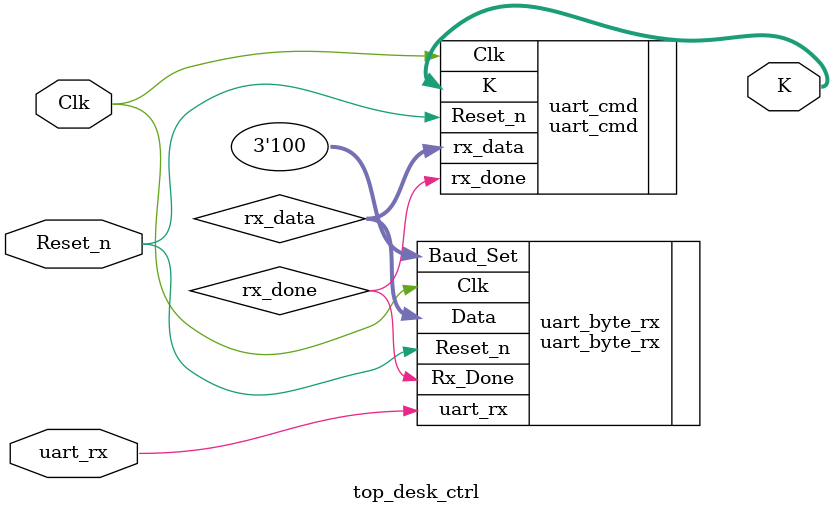
<source format=v>
module top_desk_ctrl(
    Clk,
    Reset_n,
    //Led,
    uart_rx,
	K
);

    input Clk;
    input Reset_n;
//output Led;
    input uart_rx;
    //output	[1:0]led;
    // wire [1:0]up_or_down;
    // wire [15:0]sample_fs;
	output	wire	[3:0]K;
    wire [7:0]rx_data;
    wire rx_done;
    parameter Baud_Set = 3'd4;
    
    // counter_led_4 counter_led(
        // .Clk(Clk),
        // .Reset_n(Reset_n),
        // .Ctrl(ctrl),
        // .Time(time_set),
        // .Led(Led)
    // ); 

    uart_cmd uart_cmd(
        .Clk(Clk),
        .Reset_n(Reset_n),
        .rx_data(rx_data),
        .rx_done(rx_done),
        .K(K)
    );
    
    uart_byte_rx uart_byte_rx(
        .Clk(Clk),
        .Reset_n(Reset_n),
        .Baud_Set(Baud_Set),
        .uart_rx(uart_rx),
        .Data(rx_data),
        .Rx_Done(rx_done)  
    ); 

endmodule

</source>
